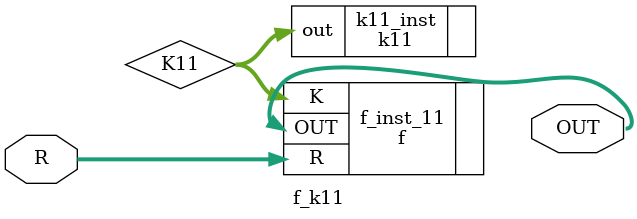
<source format=v>
/**
 * Round function del round 11: funzione f(R, K)
 *
 * Utilizza R10 del round precedente e K11
 * per calcolare il valore (facendo lo XOR con L10) di R11.
*/

module f_k11(
    input [32:1] R,
    output [32:1] OUT
);

    wire [48:1] K11;
    k11 k11_inst(
        .out(K11[48:1])
    );

    f f_inst_11(
        .R(R[32:1]),
        .K(K11[48:1]),
        .OUT(OUT[32:1])
    );
endmodule

</source>
